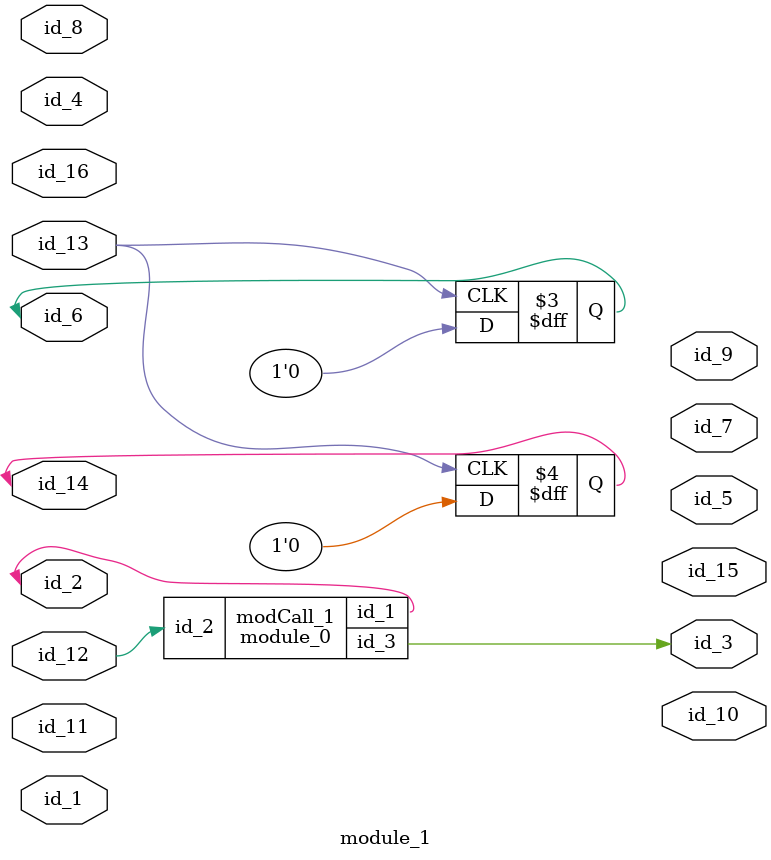
<source format=v>
module module_0 (
    id_1,
    id_2,
    id_3
);
  output wire id_3;
  input wire id_2;
  inout wire id_1;
  wire id_4;
  wire id_5;
endmodule
module module_1 (
    id_1,
    id_2,
    id_3,
    id_4,
    id_5,
    id_6,
    id_7,
    id_8,
    id_9,
    id_10,
    id_11,
    id_12,
    id_13,
    id_14,
    id_15,
    id_16
);
  input wire id_16;
  output wire id_15;
  inout wire id_14;
  inout wire id_13;
  inout wire id_12;
  inout wire id_11;
  output wire id_10;
  output wire id_9;
  inout wire id_8;
  output wire id_7;
  inout wire id_6;
  output wire id_5;
  input wire id_4;
  output wire id_3;
  inout wire id_2;
  input wire id_1;
  always @(posedge id_13) begin : LABEL_0
    id_14 = "";
    if (1 == "") id_8 <= 1 - id_12 * 1;
  end
  wire id_17;
  module_0 modCall_1 (
      id_2,
      id_12,
      id_3
  );
  always @(negedge id_13) id_6 <= 1'h0;
endmodule

</source>
